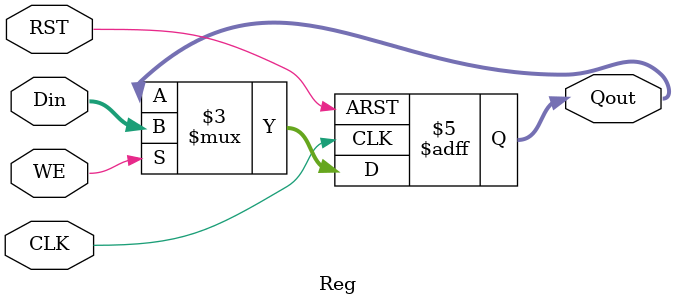
<source format=v>
`define CHAR_WIDTH 8
`define MAX_CHAR 80

module tb_v2;
    reg clk, rst;
    reg exit;
    wire halt;
    reg [`CHAR_WIDTH*`MAX_CHAR-1:0] mem_in_fname, mem_out_fname, regs_in_fname, regs_out_fname;
    reg [`CHAR_WIDTH*`MAX_CHAR-1:0] signal_dump_fname;

    // Pipelined CPU instantiation
    PipelinedCPU CPU (halt, clk, rst);

    // Clock Period = 10 time units
    always #5 clk = ~clk;

    always @(negedge clk)
        if (halt)
            exit = 1;

    integer cycle;

    // ---------- DEBUG PRINT EACH CYCLE ----------
    // always @(posedge clk) begin
    //     if (!rst) begin
    //         cycle <= 0;
    //     end else begin
    //         cycle <= cycle + 1;

    //         $display("\n=== CYCLE %3d  t=%0t ===", cycle, $time);

    //         // One-line summary of PCs / IRs
    //         $display("IF: PC=%08x IR=%08x  |  ID: PC=%08x IR=%08x  |  EX: PC=%08x  |  MEM: addr=%08x  |  WB: rd=%2d data=%08x",
    //                 CPU.PC,
    //                 CPU.InstWord,
    //                 CPU.ID_PC,
    //                 CPU.ID_IR,
    //                 CPU.IDEX_PC,
    //                 CPU.DataAddr,
    //                 CPU.MEMWB_rd,
    //                 CPU.RWrdata_WB);

    //         // IF/ID
    //         $display("IFID : PC=%08x IR=%08x  flush=%b  WE=%b",
    //                 CPU.IFID_PC,
    //                 CPU.IFID_IR,
    //                 CPU.IFID_flush,
    //                 CPU.IFID_WE);

    //         // ID/EX key fields
    //         $display("ID/EX: PC=%08x rs1=%2d rs2=%2d rd=%2d op=%02b f3=%1b f7=%02b  imm_i=%08x imm_u=%08x",
    //                 CPU.IDEX_PC,
    //                 CPU.IDEX_rs1,
    //                 CPU.IDEX_rs2,
    //                 CPU.IDEX_rd,
    //                 CPU.IDEX_opcode,
    //                 CPU.IDEX_funct3,
    //                 CPU.IDEX_funct7,
    //                 CPU.IDEX_imm_i,
    //                 CPU.IDEX_imm_u);

    //         // EX
    //         $display("EX   : opA=%08x opB=%08x EU_out=%08x EX_result=%08x  br_taken=%b PC_tgt=%08x",
    //                 CPU.EX_opA,
    //                 CPU.EX_opB_raw,
    //                 CPU.EX_eu_out,
    //                 CPU.EX_result,
    //                 CPU.EX_branch_taken,
    //                 CPU.EX_PC_target);

    //         $display("       RegW_EX=%b MemR_EX=%b MemW_EX=%b MemToReg_EX=%b IsBr_EX=%b IsJal_EX=%b IsJalr_EX=%b",
    //                 CPU.RegWrite_EX,
    //                 CPU.MemRead_EX,
    //                 CPU.MemWrite_EX,
    //                 CPU.MemToReg_EX,
    //                 CPU.IsBranch_EX,
    //                 CPU.IsJal_EX,
    //                 CPU.IsJalr_EX);

    //         // EX/MEM
    //         $display("EX/MEM: ALU_out=%08x store=%08x addr=%08x rd=%2d  RegW_MEM=%b MemR_MEM=%b MemW_MEM=%b Size=%02b",
    //                 CPU.EXMEM_ALU_out,
    //                 CPU.EXMEM_store_data,
    //                 CPU.EXMEM_addr,
    //                 CPU.EXMEM_rd,
    //                 CPU.RegWrite_MEM,
    //                 CPU.MemRead_MEM,
    //                 CPU.MemWrite_MEM,
    //                 CPU.EXMEM_Size);

    //         // MEM
    //         $display("MEM  : DataAddr=%08x StoreData=%08x DataWord=%08x MemWrEn=%b MemSize=%02b align_err=%b",
    //                 CPU.DataAddr,
    //                 CPU.StoreData,
    //                 CPU.DataWord,
    //                 CPU.MemWrEn,
    //                 CPU.MemSize,
    //                 CPU.memory_alignment_error_MEM);

    //         // MEM/WB
    //         $display("MEM/WB: ALU_out=%08x DataWord=%08x addr=%08x rd=%2d RegW_WB=%b MemToReg_WB=%b f3=%1d",
    //                 CPU.MEMWB_ALU_out,
    //                 CPU.MEMWB_DataWord,
    //                 CPU.MEMWB_addr,
    //                 CPU.MEMWB_rd,
    //                 CPU.RegWrite_WB,
    //                 CPU.MemToReg_WB,
    //                 CPU.MEMWB_funct3);

    //         // WB
    //         $display("WB   : RWrEn_WB=%b rd_WB=%2d RWrdata_WB=%08x",
    //                 CPU.RWrEn_WB,
    //                 CPU.rd_WB,
    //                 CPU.RWrdata_WB);

    //         // Hazards / global
    //         $display("CTRL : load_use=%b stall_EX=%b EX_busy=%2d redirect=%b  halt=%b exit=%b",
    //                 CPU.load_use_hazard,
    //                 CPU.stall_EX,
    //                 CPU.EX_busy,
    //                 CPU.EX_do_redirect,
    //                 halt,
    //                 exit);
    //     end
    //end
        always @(posedge clk) begin
        if (rst) cycle = cycle + 1;

        $display("\n=== CYCLE %3d  t=%0t ===", cycle, $time);

        // Top summary line with stage separators
        $display("IF:  PC=%08x IR=%08x  |  ID: PC=%08x IR=%08x  |  EX: PC=%08x  |  MEM: addr=%08x  |  WB: rd=%2d data=%08x",
                 CPU.PC, CPU.InstWord,
                 CPU.IFID_PC, CPU.IFID_IR,
                 CPU.IDEX_PC,
                 CPU.EXMEM_addr,
                 CPU.MEMWB_rd, CPU.RWrdata_WB);

        // IF/ID
        $display("IFID  : PC=%08x IR=%08x  flush=%b  WE=%b",
                 CPU.IFID_PC, CPU.IFID_IR,
                 CPU.IFID_flush, CPU.IFID_WE);

        // ID-stage control word (decoded)
        $display("ID    : op=%02x rs1=%2d rs2=%2d rd=%2d f3=%0d f7=%02x",
                 CPU.opcode, CPU.Rsrc1, CPU.Rsrc2, CPU.Rdst,
                 CPU.funct3, CPU.funct7);
        $display("ID_ctl: RegW=%b MemR=%b MemW=%b MemToReg=%b Br=%b Jal=%b Jalr=%b Size=%02b f3=%0d",
                 CPU.RegWrite_ID, CPU.MemRead_ID, CPU.MemWrite_ID, CPU.MemToReg_ID,
                 CPU.IsBranch_ID, CPU.IsJal_ID, CPU.IsJalr_ID,
                 CPU.Size_ID, CPU.BranchFunct3_ID);

        // ID/EX pipeline regs + control bus
        $display("ID/EX : PC=%08x rs1=%2d rs2=%2d rd=%2d op=%02x f3=%0d f7=%02x  imm_i=%08x imm_u=%08x",
                 CPU.IDEX_PC, CPU.IDEX_rs1, CPU.IDEX_rs2, CPU.IDEX_rd,
                 CPU.IDEX_opcode, CPU.IDEX_funct3, CPU.IDEX_funct7,
                 CPU.IDEX_imm_i, CPU.IDEX_imm_u);
        $display("IDEX_ctl: %b", CPU.IDEX_ctrl_out);

        // EX stage + control
        $display("EX    : opA=%08x opB=%08x EU_out=%08x EX_result=%08x  br_taken=%b PC_tgt=%08x",
                 CPU.EX_opA, CPU.EX_opB_raw, CPU.EX_eu_out, CPU.EX_result,
                 CPU.EX_branch_taken, CPU.EX_PC_target);
        $display("EX_ctl: RegW=%b MemR=%b MemW=%b MemToReg=%b Br=%b Jal=%b Jalr=%b Size=%02b f3=%0d",
                 CPU.RegWrite_EX, CPU.MemRead_EX, CPU.MemWrite_EX, CPU.MemToReg_EX,
                 CPU.IsBranch_EX, CPU.IsJal_EX, CPU.IsJalr_EX,
                 CPU.Size_EX, CPU.BranchFunct3_EX);

        // EX/MEM regs + control bus
        $display("EX/MEM: ALU_out=%08x store=%08x addr=%08x rd=%2d",
                 CPU.EXMEM_ALU_out, CPU.EXMEM_store_data, CPU.EXMEM_addr, CPU.EXMEM_rd);
        $display("EXMEM_ctl: %b", CPU.EXMEM_ctrl_out);
        $display("MEM_ctl: RegW=%b MemR=%b MemW=%b MemToReg=%b Jal=%b Jalr=%b Size=%02b f3=%0d",
                 CPU.RegWrite_MEM, CPU.MemRead_MEM, CPU.MemWrite_MEM, CPU.MemToReg_MEM,
                 CPU.IsJal_MEM, CPU.IsJalr_MEM,
                 CPU.EXMEM_Size, CPU.EXMEM_funct3);

        // MEM stage
        $display("MEM   : DataAddr=%08x StoreData=%08x DataWord=%08x MemWrEn=%b MemSize=%02b align_err=%b",
                 CPU.DataAddr, CPU.StoreData, CPU.DataWord,
                 CPU.MemWrEn, CPU.MemSize, CPU.memory_alignment_error_MEM);

        // MEM/WB regs + control
        $display("MEM/WB: ALU_out=%08x DataWord=%08x addr=%08x rd=%2d",
                 CPU.MEMWB_ALU_out, CPU.MEMWB_DataWord, CPU.MEMWB_addr, CPU.MEMWB_rd);
        $display("MEMWB_ctl: %b", CPU.MEMWB_ctrl_out);
        $display("WB_ctl: RegW=%b MemToReg=%b Jal=%b Jalr=%b f3=%0d",
                 CPU.RegWrite_WB, CPU.MemToReg_WB, CPU.IsJal_WB, CPU.IsJalr_WB,
                 CPU.MEMWB_funct3);

        // WB stage + global
        $display("WB    : RWrEn_WB=%b rd_WB=%2d RWrdata_WB=%08x",
                 CPU.RWrEn_WB, CPU.rd_WB, CPU.RWrdata_WB);
        $display("CTRL  : load_use=%b stall_EX=%b EX_busy=%2d redirect=%b  halt=%b exit=%b",
                 CPU.load_use_hazard, CPU.stall_EX, CPU.EX_busy, CPU.EX_do_redirect,
                 halt, exit);
    end

    // ---------- END DEBUG PRINT ----------

    initial begin
        cycle = 0;
        // Read commandline options
        if (!$value$plusargs("MEM_IN=%s", mem_in_fname))
            mem_in_fname = "mem_in_pipelined.hex";
        if (!$value$plusargs("REGS_IN=%s", regs_in_fname))
            regs_in_fname = "regs_in_pipelined.hex";
        if (!$value$plusargs("REGS_OUT=%s", regs_out_fname))
            regs_out_fname = "regs_out_pipelined.hex";
        if (!$value$plusargs("MEM_OUT=%s", mem_out_fname))
            mem_out_fname = "mem_out_pipelined.hex";
        if (!$value$plusargs("DUMP=%s", signal_dump_fname))
            signal_dump_fname = "pipelined.vcd";

        // Clock and reset setup
        #0 rst = 0; exit = 0; clk = 0;
        #0 rst = 1;

        // Load program memory and regs
        #0 $readmemh(mem_in_fname, CPU.MEM.Mem);
        #0 $readmemh(regs_in_fname, CPU.RF.Mem);

        // Dumpfile
        $dumpfile(signal_dump_fname);
        $dumpvars();

        // Optional: you can comment this out now, since we added the big display block
        // #0 $monitor($time,, "PC=%08x IR=%08x halt=%x exit=%x", CPU.PC, CPU.InstWord, halt, exit);

        // Exit
        wait(exit);

        // Dump memory and regs 
        #0 $writememh(regs_out_fname, CPU.RF.Mem);
        #0 $writememh(mem_out_fname, CPU.MEM.Mem);
        
        $finish;      
   end
endmodule


module Mem(InstAddr, InstOut,
         DataAddr, DataSize, DataIn, DataOut, WE, CLK);
    input [31:0] InstAddr, DataAddr;
    input [1:0] 	DataSize;   
    input [31:0] DataIn;   
    output [31:0] InstOut, DataOut;  
    input      WE, CLK;
    reg [7:0] 	Mem[0:1024];

    wire [31:0] 	DataAddrH, DataAddrW, InstAddrW;

    // Instruction Addresses are word aligned
    assign InstAddrW = InstAddr & 32'hfffffffc;
   
    assign DataAddrH = DataAddr & 32'hfffffffe;
    assign DataAddrW = DataAddr & 32'hfffffffc;

    // Little endian
    assign InstOut = {Mem[InstAddrW+3], Mem[InstAddrW+2], 
		Mem[InstAddrW+1], Mem[InstAddrW]};

    // Little endian
    assign DataOut = (DataSize == 2'b00) ? {4{Mem[DataAddr]}} :
	       ((DataSize == 2'b01) ? {2{Mem[DataAddrH+1],Mem[DataAddrH]}} :
		{Mem[DataAddrW+3], Mem[DataAddrW+2], Mem[DataAddrW+1], Mem[DataAddrW]});
   
     always @ (posedge CLK)
        if (WE) begin
	        case (DataSize)
            2'b00: begin // Write byte
                Mem[DataAddr] <= DataIn[7:0];
            end
            2'b01: begin  // Write halfword
                Mem[DataAddrH] <= DataIn[7:0];
                Mem[DataAddrH+1] <= DataIn[15:8];
            end
            2'b10, 2'b11: begin // Write word
                Mem[DataAddrW] <= DataIn[7:0];
                Mem[DataAddrW+1] <= DataIn[15:8];
                Mem[DataAddrW+2] <= DataIn[23:16];
                Mem[DataAddrW+3] <= DataIn[31:24];
            end
        endcase // case (Size)
     end
endmodule // Mem

module RegFile(AddrA, DataOutA,
	       AddrB, DataOutB,
	       AddrW, DataInW, WenW, CLK);
   input [4:0] AddrA, AddrB, AddrW;
   output [31:0] DataOutA, DataOutB;  
   input [31:0]  DataInW;
   input 	 WenW, CLK;
   reg [31:0] 	 Mem[0:31];
   
   assign DataOutA = (AddrA == 0) ? 32'h00000000 : Mem[AddrA];
   assign DataOutB = (AddrB == 0) ? 32'h00000000 : Mem[AddrB]; 

   always @ (posedge CLK) begin
     if (WenW) begin
       Mem[AddrW] <= DataInW;
     end
      Mem[0] <= 0; // Enforce the invariant that x0 = 0
   end
   
endmodule // RegFile


module Reg(Din, Qout, WE, CLK, RST);
   parameter width = 32;
   parameter init = 0;
   input [width-1:0] Din;
   output [width-1:0] Qout;
   input 	      WE, CLK, RST;

   reg [width-1:0]    Qout;
   
   always @ (posedge CLK or negedge RST)
     if (!RST)
       Qout <= init;
     else
       if (WE)
	     Qout <= Din;
  
endmodule // Reg

</source>
